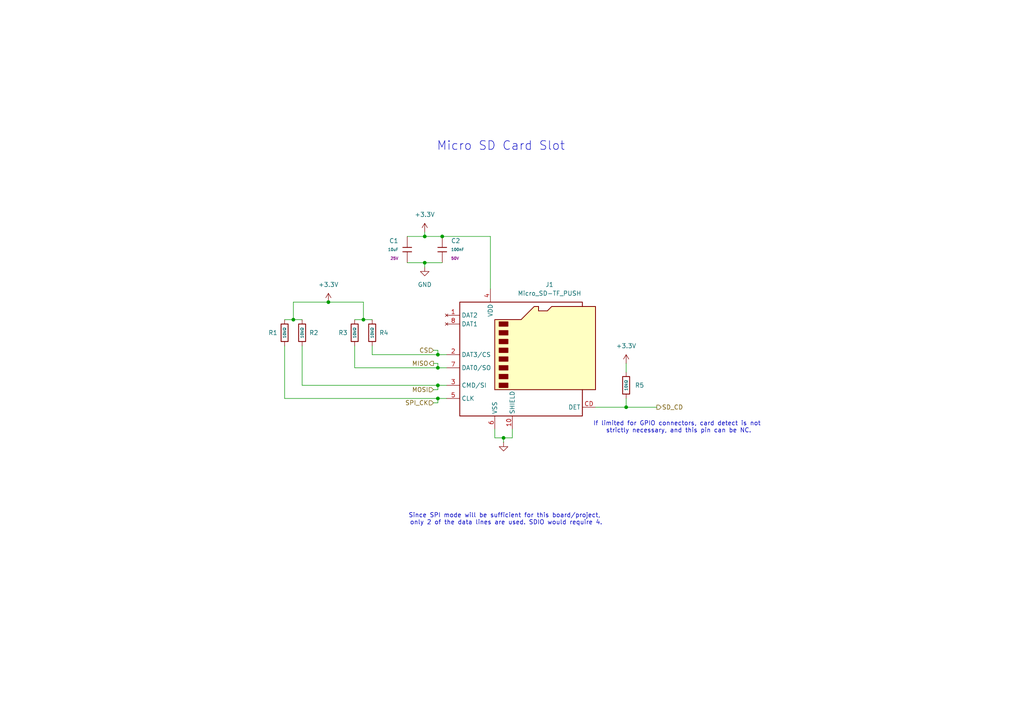
<source format=kicad_sch>
(kicad_sch (version 20250114) (generator "eeschema") (generator_version "9.0")
  (paper "A4")
  (lib_symbols
    (symbol "Connector:Micro_SD_Card_Det1"
      (property "Reference" "J6" (at 6.985 21.59 0))
      (property "Value" "Micro_SD-TF_PUSH" (at 6.985 19.05 0))
      (symbol "Micro_SD_Card_Det1_0_1"
        (polyline (pts (xy -8.89 -8.89) (xy -8.89 11.43) (xy -1.27 11.43) (xy 2.54 15.24) (xy 3.81 15.24) (xy 3.81 13.97) (xy 6.35 13.97) (xy 7.62 15.24) (xy 20.32 15.24) (xy 20.32 -8.89) (xy -8.89 -8.89)) (stroke (width 0.254)) (fill (type background)))
        (rectangle (start -7.62 10.795) (end -5.08 9.525) (stroke (width 0.254)) (fill (type outline)))
        (rectangle (start -7.62 8.255) (end -5.08 6.985) (stroke (width 0.254)) (fill (type outline)))
        (rectangle (start -7.62 5.715) (end -5.08 4.445) (stroke (width 0.254)) (fill (type outline)))
        (rectangle (start -7.62 3.175) (end -5.08 1.905) (stroke (width 0.254)) (fill (type outline)))
        (rectangle (start -7.62 0.635) (end -5.08 -0.635) (stroke (width 0.254)) (fill (type outline)))
        (rectangle (start -7.62 -1.905) (end -5.08 -3.175) (stroke (width 0.254)) (fill (type outline)))
        (rectangle (start -7.62 -4.445) (end -5.08 -5.715) (stroke (width 0.254)) (fill (type outline)))
        (rectangle (start -7.62 -6.985) (end -5.08 -8.255) (stroke (width 0.254)) (fill (type outline)))
        (polyline (pts (xy 16.51 15.24) (xy 16.51 16.51) (xy -19.05 16.51) (xy -19.05 -16.51) (xy 16.51 -16.51) (xy 16.51 -8.89)) (stroke (width 0.254)))
      )
      (symbol "Micro_SD_Card_Det1_1_1"
        (pin no_connect line (at -22.86 12.7 0) (length 3.81) (name "DAT2") (number "1"))
        (pin no_connect line (at -22.86 10.16 0) (length 3.81) (name "DAT1") (number "8"))
        (pin bidirectional line (at -22.86 1.27 0) (length 3.81) (name "DAT3/CS") (number "2"))
        (pin output line (at -22.86 -2.54 0) (length 3.81) (name "DAT0/SO") (number "7"))
        (pin input line (at -22.86 -7.62 0) (length 3.81) (name "CMD/SI") (number "3"))
        (pin input line (at -22.86 -11.43 0) (length 3.81) (name "CLK") (number "5"))
        (pin power_in line (at -10.16 20.32 270) (length 3.81) (name "VDD") (number "4"))
        (pin power_in line (at -8.89 -20.32 90) (length 3.81) (name "VSS") (number "6"))
        (pin passive line (at -3.81 -20.32 90) (length 3.81) (name "SHIELD") (number "10"))
        (pin passive line (at -3.81 -20.32 90) (length 3.81) (hide yes) (name "SHIELD") (number "11"))
        (pin passive line (at -3.81 -20.32 90) (length 3.81) (hide yes) (name "SHIELD") (number "12"))
        (pin passive line (at -3.81 -20.32 90) (length 3.81) (hide yes) (name "SHIELD") (number "13"))
        (pin passive line (at 20.32 -13.97 180) (length 3.81) (name "DET") (number "CD"))
      )
    )
    (symbol "PCM_JLCPCB-Capacitors:0603,100nF" (pin_numbers (hide yes)) (pin_names (offset 0))
      (property "Reference" "C" (at 2.032 1.668 0))
      (property "Value" "100nF" (at 2.032 -0.3782 0))
      (property "Voltage Rated" "50V" (at 2.032 -2.0462 0))
      (symbol "0603,100nF_0_1"
        (polyline (pts (xy -1.27 0.635) (xy 1.27 0.635)) (stroke (width 0.254)))
        (polyline (pts (xy -1.27 -0.635) (xy 1.27 -0.635)) (stroke (width 0.254)))
      )
      (symbol "0603,100nF_1_1"
        (pin passive line (at 0 3.81 270) (length 3.175) (name "~") (number "1"))
        (pin passive line (at 0 -3.81 90) (length 3.175) (name "~") (number "2"))
      )
    )
    (symbol "PCM_JLCPCB-Capacitors:0805,10uF" (pin_numbers (hide yes)) (pin_names (offset 0))
      (property "Reference" "C" (at 2.032 1.668 0))
      (property "Value" "10uF" (at 2.032 -0.3782 0))
      (property "Voltage Rated" "25V" (at 2.032 -2.0462 0))
      (symbol "0805,10uF_0_1"
        (polyline (pts (xy -1.27 0.635) (xy 1.27 0.635)) (stroke (width 0.254)))
        (polyline (pts (xy -1.27 -0.635) (xy 1.27 -0.635)) (stroke (width 0.254)))
      )
      (symbol "0805,10uF_1_1"
        (pin passive line (at 0 3.81 270) (length 3.175) (name "~") (number "1"))
        (pin passive line (at 0 -3.81 90) (length 3.175) (name "~") (number "2"))
      )
    )
    (symbol "PCM_JLCPCB-Resistors:0603,10kΩ" (pin_numbers (hide yes)) (pin_names (offset 0))
      (property "Reference" "R" (at 1.778 0 0))
      (property "Value" "10kΩ" (at 0 0 90))
      (symbol "0603,10kΩ_0_1"
        (rectangle (start -1.016 2.54) (end 1.016 -2.54) (stroke (width 0.254)))
      )
      (symbol "0603,10kΩ_1_1"
        (pin passive line (at 0 3.81 270) (length 1.27) (name "~") (number "1"))
        (pin passive line (at 0 -3.81 90) (length 1.27) (name "~") (number "2"))
      )
    )
    (symbol "power:+3.3V" (power) (pin_numbers (hide yes)) (pin_names (offset 0) (hide yes))
      (property "Value" "+3.3V" (at 0 3.556 0))
      (symbol "+3.3V_0_1"
        (polyline (pts (xy -0.762 1.27) (xy 0 2.54)))
        (polyline (pts (xy 0 2.54) (xy 0.762 1.27)))
        (polyline (pts (xy 0 0) (xy 0 2.54)))
      )
      (symbol "+3.3V_1_1"
        (pin power_in line (at 0 0 90) (length 0) (name "~") (number "1"))
      )
    )
    (symbol "power:GND" (power) (pin_numbers (hide yes)) (pin_names (offset 0) (hide yes))
      (property "Value" "GND" (at 0 -3.81 0))
      (symbol "GND_0_1"
        (polyline (pts (xy 0 0) (xy 0 -1.27) (xy 1.27 -1.27) (xy 0 -2.54) (xy -1.27 -1.27) (xy 0 -1.27)))
      )
      (symbol "GND_1_1"
        (pin power_in line (at 0 0 270) (length 0) (name "~") (number "1"))
      )
    )
  )
  (text "Since SPI mode will be sufficient for this board/project, \nonly 2 of the data lines are used. SDIO would require 4." (at 146.812 150.622 0) (effects (font (size 1.27 1.27))))
  (text "Micro SD Card Slot" (at 145.288 42.418 0) (effects (font (size 2.54 2.54))))
  (text "If limited for GPIO connectors, card detect is not \nstrictly necessary, and this pin can be NC." (at 196.85 123.952 0) (effects (font (size 1.27 1.27))))
  (junction (at 123.19 76.2))
  (junction (at 127 111.76))
  (junction (at 181.61 118.11))
  (junction (at 95.25 87.63))
  (junction (at 127 106.68))
  (junction (at 127 102.87))
  (junction (at 105.41 92.71))
  (junction (at 128.27 68.58))
  (junction (at 127 115.57))
  (junction (at 85.09 92.71))
  (junction (at 146.05 127))
  (junction (at 123.19 68.58))
  (wire (pts (xy 127 101.6) (xy 127 102.87)))
  (wire (pts (xy 123.19 76.2) (xy 123.19 77.47)))
  (wire (pts (xy 102.87 100.33) (xy 102.87 106.68)))
  (wire (pts (xy 123.19 68.58) (xy 128.27 68.58)))
  (wire (pts (xy 148.59 124.46) (xy 148.59 127)))
  (wire (pts (xy 143.51 124.46) (xy 143.51 127)))
  (wire (pts (xy 118.11 76.2) (xy 123.19 76.2)))
  (wire (pts (xy 82.55 115.57) (xy 127 115.57)))
  (wire (pts (xy 85.09 92.71) (xy 87.63 92.71)))
  (wire (pts (xy 181.61 118.11) (xy 181.61 115.57)))
  (wire (pts (xy 87.63 111.76) (xy 127 111.76)))
  (wire (pts (xy 107.95 102.87) (xy 127 102.87)))
  (wire (pts (xy 82.55 92.71) (xy 85.09 92.71)))
  (wire (pts (xy 127 116.84) (xy 127 115.57)))
  (wire (pts (xy 85.09 87.63) (xy 85.09 92.71)))
  (wire (pts (xy 87.63 111.76) (xy 87.63 100.33)))
  (wire (pts (xy 123.19 67.31) (xy 123.19 68.58)))
  (wire (pts (xy 102.87 92.71) (xy 105.41 92.71)))
  (wire (pts (xy 125.73 113.03) (xy 127 113.03)))
  (wire (pts (xy 125.73 105.41) (xy 127 105.41)))
  (wire (pts (xy 95.25 87.63) (xy 85.09 87.63)))
  (wire (pts (xy 105.41 92.71) (xy 107.95 92.71)))
  (wire (pts (xy 146.05 127) (xy 148.59 127)))
  (wire (pts (xy 127 115.57) (xy 129.54 115.57)))
  (wire (pts (xy 123.19 76.2) (xy 128.27 76.2)))
  (wire (pts (xy 118.11 68.58) (xy 123.19 68.58)))
  (wire (pts (xy 143.51 127) (xy 146.05 127)))
  (wire (pts (xy 107.95 102.87) (xy 107.95 100.33)))
  (wire (pts (xy 142.24 83.82) (xy 142.24 68.58)))
  (wire (pts (xy 125.73 116.84) (xy 127 116.84)))
  (wire (pts (xy 82.55 115.57) (xy 82.55 100.33)))
  (wire (pts (xy 142.24 68.58) (xy 128.27 68.58)))
  (wire (pts (xy 172.72 118.11) (xy 181.61 118.11)))
  (wire (pts (xy 127 105.41) (xy 127 106.68)))
  (wire (pts (xy 127 113.03) (xy 127 111.76)))
  (wire (pts (xy 181.61 118.11) (xy 190.5 118.11)))
  (wire (pts (xy 127 106.68) (xy 102.87 106.68)))
  (wire (pts (xy 127 102.87) (xy 129.54 102.87)))
  (wire (pts (xy 125.73 101.6) (xy 127 101.6)))
  (wire (pts (xy 146.05 127) (xy 146.05 128.27)))
  (wire (pts (xy 127 111.76) (xy 129.54 111.76)))
  (wire (pts (xy 129.54 106.68) (xy 127 106.68)))
  (wire (pts (xy 181.61 105.41) (xy 181.61 107.95)))
  (wire (pts (xy 105.41 92.71) (xy 105.41 87.63)))
  (wire (pts (xy 105.41 87.63) (xy 95.25 87.63)))
  (hierarchical_label "MOSI" (shape input) (at 125.73 113.03 180))
  (hierarchical_label "SD_CD" (shape output) (at 190.5 118.11 0))
  (hierarchical_label "CS" (shape input) (at 125.73 101.6 180))
  (hierarchical_label "MISO" (shape output) (at 125.73 105.41 180))
  (hierarchical_label "SPI_CK" (shape input) (at 125.73 116.84 180))
  (symbol (lib_id "PCM_JLCPCB-Resistors:0603,10kΩ") (at 181.61 111.76 180) (unit 1)
    (property "Reference" "R5" (at 184.15 111.7599 0) (effects (justify right)))
    (property "Value" "10kΩ" (at 181.61 111.76 90) (effects (font (size 0.8 0.8))))
    (property "Footprint" "PCM_JLCPCB:R_0603" (effects (hide yes)))
    (property "Datasheet" "https://www.lcsc.com/datasheet/lcsc_datasheet_2206010045_UNI-ROYAL-Uniroyal-Elec-0603WAF1002T5E_C25804.pdf" (effects (hide yes)))
    (property "Description" "100mW Thick Film Resistors 75V ±100ppm/°C ±1% 10kΩ 0603 Chip Resistor - Surface Mount ROHS" (effects (hide yes)))
    (property "LCSC" "C25804" (effects (hide yes)))
    (property "Stock" "51181774" (effects (hide yes)))
    (property "Price" "0.004USD" (effects (hide yes)))
    (property "Process" "SMT" (effects (hide yes)))
    (property "Minimum Qty" "20" (effects (hide yes)))
    (property "Attrition Qty" "10" (effects (hide yes)))
    (property "Class" "Basic Component" (effects (hide yes)))
    (property "Category" "Resistors,Chip Resistor - Surface Mount" (effects (hide yes)))
    (property "Manufacturer" "UNI-ROYAL(Uniroyal Elec)" (effects (hide yes)))
    (property "Part" "0603WAF1002T5E" (effects (hide yes)))
    (property "Resistance" "10kΩ" (effects (hide yes)))
    (property "Power(Watts)" "100mW" (effects (hide yes)))
    (property "Type" "Thick Film Resistors" (effects (hide yes)))
    (property "Overload Voltage (Max)" "75V" (effects (hide yes)))
    (property "Operating Temperature Range" "-55°C~+155°C" (effects (hide yes)))
    (property "Tolerance" "±1%" (effects (hide yes)))
    (property "Temperature Coefficient" "±100ppm/°C" (effects (hide yes)))
  )
  (symbol (lib_id "power:+3.3V") (at 123.19 67.31 0) (unit 1)
    (property "Reference" "#PWR083" (effects (hide yes)))
    (property "Value" "+3.3V" (at 123.19 62.23 0))
    (property "Description" "Power symbol creates a global label with name \"+3.3V\"" (effects (hide yes)))
  )
  (symbol (lib_id "PCM_JLCPCB-Capacitors:0805,10uF") (at 118.11 72.39 0) (mirror y) (unit 1)
    (property "Reference" "C1" (at 115.57 69.8499 0) (effects (justify left)))
    (property "Value" "10uF" (at 115.57 72.39 0) (effects (font (size 0.8 0.8)) (justify left)))
    (property "Footprint" "PCM_JLCPCB:C_0805" (effects (hide yes)))
    (property "Datasheet" "https://www.lcsc.com/datasheet/lcsc_datasheet_2304140030_Samsung-Electro-Mechanics-CL21A106KAYNNNE_C15850.pdf" (effects (hide yes)))
    (property "Description" "25V 10uF X5R ±10% 0805 Multilayer Ceramic Capacitors MLCC - SMD/SMT ROHS" (effects (hide yes)))
    (property "LCSC" "C15850" (effects (hide yes)))
    (property "Stock" "6525809" (effects (hide yes)))
    (property "Price" "0.014USD" (effects (hide yes)))
    (property "Process" "SMT" (effects (hide yes)))
    (property "Minimum Qty" "20" (effects (hide yes)))
    (property "Attrition Qty" "10" (effects (hide yes)))
    (property "Class" "Basic Component" (effects (hide yes)))
    (property "Category" "Capacitors,Multilayer Ceramic Capacitors MLCC - SMD/SMT" (effects (hide yes)))
    (property "Manufacturer" "Samsung Electro-Mechanics" (effects (hide yes)))
    (property "Part" "CL21A106KAYNNNE" (effects (hide yes)))
    (property "Voltage Rated" "25V" (at 115.57 74.93 0) (effects (font (size 0.8 0.8)) (justify left)))
    (property "Tolerance" "±10%" (effects (hide yes)))
    (property "Capacitance" "10uF" (effects (hide yes)))
    (property "Temperature Coefficient" "X5R" (effects (hide yes)))
  )
  (symbol (lib_id "PCM_JLCPCB-Resistors:0603,10kΩ") (at 87.63 96.52 0) (mirror x) (unit 1)
    (property "Reference" "R2" (at 89.662 96.52 0) (effects (justify left)))
    (property "Value" "10kΩ" (at 87.63 96.52 90) (effects (font (size 0.8 0.8))))
    (property "Footprint" "PCM_JLCPCB:R_0603" (effects (hide yes)))
    (property "Datasheet" "https://www.lcsc.com/datasheet/lcsc_datasheet_2206010045_UNI-ROYAL-Uniroyal-Elec-0603WAF1002T5E_C25804.pdf" (effects (hide yes)))
    (property "Description" "100mW Thick Film Resistors 75V ±100ppm/°C ±1% 10kΩ 0603 Chip Resistor - Surface Mount ROHS" (effects (hide yes)))
    (property "LCSC" "C25804" (effects (hide yes)))
    (property "Stock" "51181774" (effects (hide yes)))
    (property "Price" "0.004USD" (effects (hide yes)))
    (property "Process" "SMT" (effects (hide yes)))
    (property "Minimum Qty" "20" (effects (hide yes)))
    (property "Attrition Qty" "10" (effects (hide yes)))
    (property "Class" "Basic Component" (effects (hide yes)))
    (property "Category" "Resistors,Chip Resistor - Surface Mount" (effects (hide yes)))
    (property "Manufacturer" "UNI-ROYAL(Uniroyal Elec)" (effects (hide yes)))
    (property "Part" "0603WAF1002T5E" (effects (hide yes)))
    (property "Resistance" "10kΩ" (effects (hide yes)))
    (property "Power(Watts)" "100mW" (effects (hide yes)))
    (property "Type" "Thick Film Resistors" (effects (hide yes)))
    (property "Overload Voltage (Max)" "75V" (effects (hide yes)))
    (property "Operating Temperature Range" "-55°C~+155°C" (effects (hide yes)))
    (property "Tolerance" "±1%" (effects (hide yes)))
    (property "Temperature Coefficient" "±100ppm/°C" (effects (hide yes)))
  )
  (symbol (lib_id "power:+3.3V") (at 181.61 105.41 0) (unit 1)
    (property "Reference" "#PWR087" (effects (hide yes)))
    (property "Value" "+3.3V" (at 181.61 100.33 0))
    (property "Description" "Power symbol creates a global label with name \"+3.3V\"" (effects (hide yes)))
  )
  (symbol (lib_id "PCM_JLCPCB-Resistors:0603,10kΩ") (at 102.87 96.52 0) (unit 1)
    (property "Reference" "R3" (at 100.838 96.52 0) (effects (justify right)))
    (property "Value" "10kΩ" (at 102.87 96.52 90) (effects (font (size 0.8 0.8))))
    (property "Footprint" "PCM_JLCPCB:R_0603" (effects (hide yes)))
    (property "Datasheet" "https://www.lcsc.com/datasheet/lcsc_datasheet_2206010045_UNI-ROYAL-Uniroyal-Elec-0603WAF1002T5E_C25804.pdf" (effects (hide yes)))
    (property "Description" "100mW Thick Film Resistors 75V ±100ppm/°C ±1% 10kΩ 0603 Chip Resistor - Surface Mount ROHS" (effects (hide yes)))
    (property "LCSC" "C25804" (effects (hide yes)))
    (property "Stock" "51181774" (effects (hide yes)))
    (property "Price" "0.004USD" (effects (hide yes)))
    (property "Process" "SMT" (effects (hide yes)))
    (property "Minimum Qty" "20" (effects (hide yes)))
    (property "Attrition Qty" "10" (effects (hide yes)))
    (property "Class" "Basic Component" (effects (hide yes)))
    (property "Category" "Resistors,Chip Resistor - Surface Mount" (effects (hide yes)))
    (property "Manufacturer" "UNI-ROYAL(Uniroyal Elec)" (effects (hide yes)))
    (property "Part" "0603WAF1002T5E" (effects (hide yes)))
    (property "Resistance" "10kΩ" (effects (hide yes)))
    (property "Power(Watts)" "100mW" (effects (hide yes)))
    (property "Type" "Thick Film Resistors" (effects (hide yes)))
    (property "Overload Voltage (Max)" "75V" (effects (hide yes)))
    (property "Operating Temperature Range" "-55°C~+155°C" (effects (hide yes)))
    (property "Tolerance" "±1%" (effects (hide yes)))
    (property "Temperature Coefficient" "±100ppm/°C" (effects (hide yes)))
  )
  (symbol (lib_id "Connector:Micro_SD_Card_Det1") (at 152.4 104.14 0) (unit 1)
    (property "Reference" "J1" (at 159.385 82.55 0))
    (property "Value" "Micro_SD-TF_PUSH" (at 159.385 85.09 0))
    (property "Footprint" "0_Personal:TF-SMD_TF-PUSH" (effects (hide yes)))
    (property "Datasheet" "https://jlcpcb.com/api/file/downloadByFileSystemAccessId/8588897230580797440" (effects (hide yes)))
    (property "Description" "Micro SD Card Socket with one card detection pin" (effects (hide yes)))
    (property "LCSC" "C393941" (effects (hide yes)))
  )
  (symbol (lib_id "power:GND") (at 146.05 128.27 0) (unit 1)
    (property "Reference" "#PWR084" (effects (hide yes)))
    (property "Value" "GND" (effects (hide yes)))
    (property "Description" "Power symbol creates a global label with name \"GND\" , ground" (effects (hide yes)))
  )
  (symbol (lib_id "PCM_JLCPCB-Resistors:0603,10kΩ") (at 82.55 96.52 0) (mirror x) (unit 1)
    (property "Reference" "R1" (at 80.518 96.52 0) (effects (justify right)))
    (property "Value" "10kΩ" (at 82.55 96.52 90) (effects (font (size 0.8 0.8))))
    (property "Footprint" "PCM_JLCPCB:R_0603" (effects (hide yes)))
    (property "Datasheet" "https://www.lcsc.com/datasheet/lcsc_datasheet_2206010045_UNI-ROYAL-Uniroyal-Elec-0603WAF1002T5E_C25804.pdf" (effects (hide yes)))
    (property "Description" "100mW Thick Film Resistors 75V ±100ppm/°C ±1% 10kΩ 0603 Chip Resistor - Surface Mount ROHS" (effects (hide yes)))
    (property "LCSC" "C25804" (effects (hide yes)))
    (property "Stock" "51181774" (effects (hide yes)))
    (property "Price" "0.004USD" (effects (hide yes)))
    (property "Process" "SMT" (effects (hide yes)))
    (property "Minimum Qty" "20" (effects (hide yes)))
    (property "Attrition Qty" "10" (effects (hide yes)))
    (property "Class" "Basic Component" (effects (hide yes)))
    (property "Category" "Resistors,Chip Resistor - Surface Mount" (effects (hide yes)))
    (property "Manufacturer" "UNI-ROYAL(Uniroyal Elec)" (effects (hide yes)))
    (property "Part" "0603WAF1002T5E" (effects (hide yes)))
    (property "Resistance" "10kΩ" (effects (hide yes)))
    (property "Power(Watts)" "100mW" (effects (hide yes)))
    (property "Type" "Thick Film Resistors" (effects (hide yes)))
    (property "Overload Voltage (Max)" "75V" (effects (hide yes)))
    (property "Operating Temperature Range" "-55°C~+155°C" (effects (hide yes)))
    (property "Tolerance" "±1%" (effects (hide yes)))
    (property "Temperature Coefficient" "±100ppm/°C" (effects (hide yes)))
  )
  (symbol (lib_id "power:GND") (at 123.19 77.47 0) (unit 1)
    (property "Reference" "#PWR085" (effects (hide yes)))
    (property "Value" "GND" (at 123.19 82.55 0))
    (property "Description" "Power symbol creates a global label with name \"GND\" , ground" (effects (hide yes)))
  )
  (symbol (lib_id "PCM_JLCPCB-Capacitors:0603,100nF") (at 128.27 72.39 0) (unit 1)
    (property "Reference" "C2" (at 130.81 69.8499 0) (effects (justify left)))
    (property "Value" "100nF" (at 130.81 72.39 0) (effects (font (size 0.8 0.8)) (justify left)))
    (property "Footprint" "PCM_JLCPCB:C_0603" (effects (hide yes)))
    (property "Datasheet" "https://www.lcsc.com/datasheet/lcsc_datasheet_2211101700_YAGEO-CC0603KRX7R9BB104_C14663.pdf" (effects (hide yes)))
    (property "Description" "50V 100nF X7R ±10% 0603 Multilayer Ceramic Capacitors MLCC - SMD/SMT ROHS" (effects (hide yes)))
    (property "LCSC" "C14663" (effects (hide yes)))
    (property "Stock" "70324515" (effects (hide yes)))
    (property "Price" "0.006USD" (effects (hide yes)))
    (property "Process" "SMT" (effects (hide yes)))
    (property "Minimum Qty" "20" (effects (hide yes)))
    (property "Attrition Qty" "10" (effects (hide yes)))
    (property "Class" "Basic Component" (effects (hide yes)))
    (property "Category" "Capacitors,Multilayer Ceramic Capacitors MLCC - SMD/SMT" (effects (hide yes)))
    (property "Manufacturer" "YAGEO" (effects (hide yes)))
    (property "Part" "CC0603KRX7R9BB104" (effects (hide yes)))
    (property "Voltage Rated" "50V" (at 130.81 74.93 0) (effects (font (size 0.8 0.8)) (justify left)))
    (property "Tolerance" "±10%" (effects (hide yes)))
    (property "Capacitance" "100nF" (effects (hide yes)))
    (property "Temperature Coefficient" "X7R" (effects (hide yes)))
  )
  (symbol (lib_id "power:+3.3V") (at 95.25 87.63 0) (unit 1)
    (property "Reference" "#PWR086" (effects (hide yes)))
    (property "Value" "+3.3V" (at 95.25 82.55 0))
    (property "Description" "Power symbol creates a global label with name \"+3.3V\"" (effects (hide yes)))
  )
  (symbol (lib_id "PCM_JLCPCB-Resistors:0603,10kΩ") (at 107.95 96.52 0) (unit 1)
    (property "Reference" "R4" (at 109.982 96.52 0) (effects (justify left)))
    (property "Value" "10kΩ" (at 107.95 96.52 90) (effects (font (size 0.8 0.8))))
    (property "Footprint" "PCM_JLCPCB:R_0603" (effects (hide yes)))
    (property "Datasheet" "https://www.lcsc.com/datasheet/lcsc_datasheet_2206010045_UNI-ROYAL-Uniroyal-Elec-0603WAF1002T5E_C25804.pdf" (effects (hide yes)))
    (property "Description" "100mW Thick Film Resistors 75V ±100ppm/°C ±1% 10kΩ 0603 Chip Resistor - Surface Mount ROHS" (effects (hide yes)))
    (property "LCSC" "C25804" (effects (hide yes)))
    (property "Stock" "51181774" (effects (hide yes)))
    (property "Price" "0.004USD" (effects (hide yes)))
    (property "Process" "SMT" (effects (hide yes)))
    (property "Minimum Qty" "20" (effects (hide yes)))
    (property "Attrition Qty" "10" (effects (hide yes)))
    (property "Class" "Basic Component" (effects (hide yes)))
    (property "Category" "Resistors,Chip Resistor - Surface Mount" (effects (hide yes)))
    (property "Manufacturer" "UNI-ROYAL(Uniroyal Elec)" (effects (hide yes)))
    (property "Part" "0603WAF1002T5E" (effects (hide yes)))
    (property "Resistance" "10kΩ" (effects (hide yes)))
    (property "Power(Watts)" "100mW" (effects (hide yes)))
    (property "Type" "Thick Film Resistors" (effects (hide yes)))
    (property "Overload Voltage (Max)" "75V" (effects (hide yes)))
    (property "Operating Temperature Range" "-55°C~+155°C" (effects (hide yes)))
    (property "Tolerance" "±1%" (effects (hide yes)))
    (property "Temperature Coefficient" "±100ppm/°C" (effects (hide yes)))
  )
)
</source>
